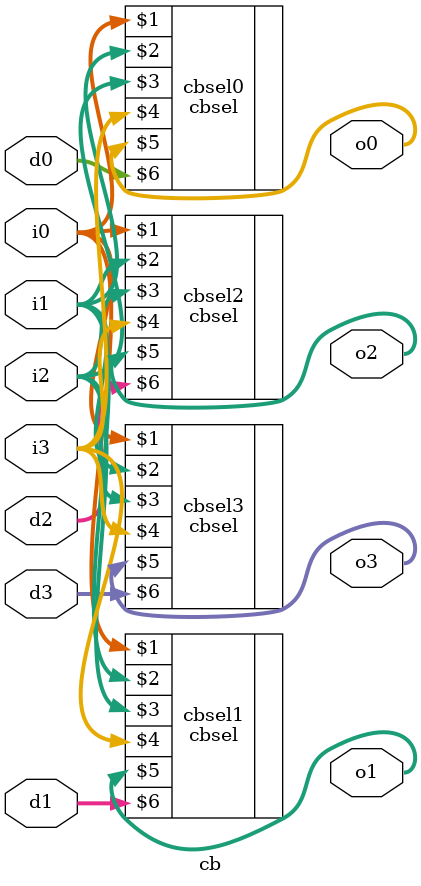
<source format=v>
module cb(input [9:0] i0, i1, i2, i3, output [9:0] o0, o1, o2, o3,
input [3:0] d0, d1, d2, d3);

cbsel cbsel0(i0, i1, i2, i3, o0, d0);
cbsel cbsel1(i0, i1, i2, i3, o1, d1);
cbsel cbsel2(i0, i1, i2, i3, o2, d2);
cbsel cbsel3(i0, i1, i2, i3, o3, d3);
endmodule
</source>
